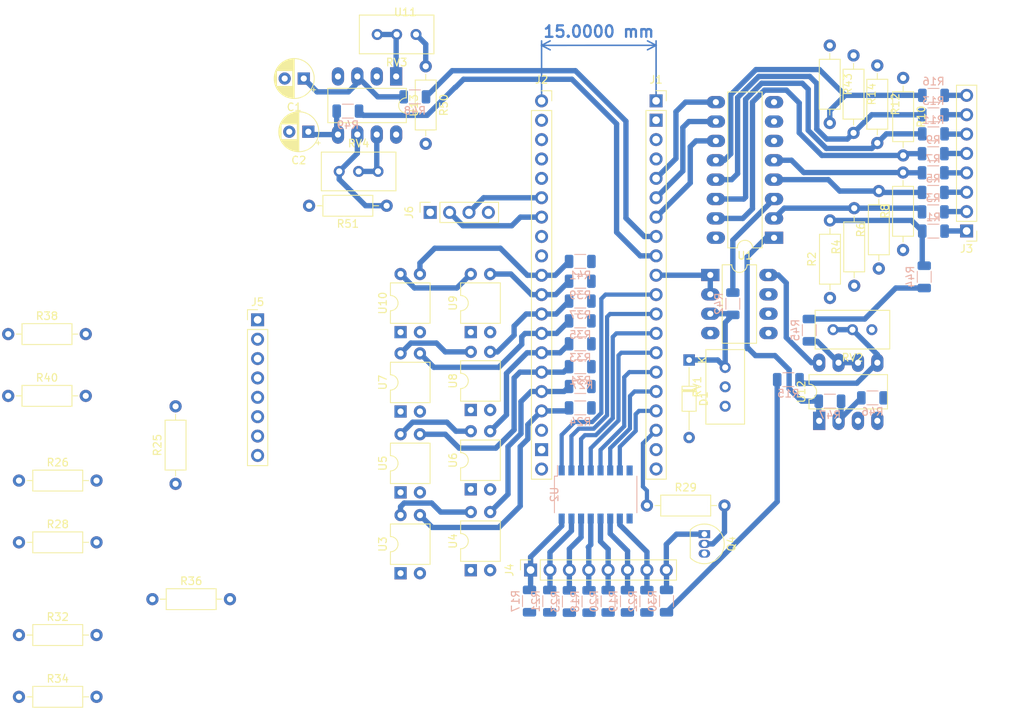
<source format=kicad_pcb>
(kicad_pcb (version 20221018) (generator pcbnew)
  (layers (0 "F.Cu" signal) (31 "B.Cu" signal) (34 "B.Paste" user) (35 "F.Paste" user) (36 "B.SilkS" user "B.Silkscreen") (37 "F.SilkS" user "F.Silkscreen") (38 "B.Mask" user) (39 "F.Mask" user) (44 "Edge.Cuts" user))
  (net 0 "")
  (net 1 "GND")
  (net 2 "Net-(D1-K)")
  (net 5 "B0OPWM2")
  (net 6 "A7OPWM1")
  (net 7 "A6ADC1_IN6")
  (net 8 "A5O8")
  (net 9 "A4O7")
  (net 10 "A3O6")
  (net 11 "A2O5")
  (net 12 "A1O4")
  (net 13 "A0O3")
  (net 14 "C15O2")
  (net 15 "C14O1")
  (net 18 "B12EN")
  (net 19 "A8RS_MODE")
  (net 20 "A9TX")
  (net 21 "A10RX")
  (net 22 "A11")
  (net 23 "A12")
  (net 24 "A15ID8")
  (net 25 "B3ID7")
  (net 26 "B4ID6")
  (net 27 "B5ID5")
  (net 28 "B6ID4")
  (net 29 "B7ID3")
  (net 30 "B8ID2")
  (net 31 "B9ID1")
  (net 34 "Net-(J3-Pin_1)")
  (net 35 "Net-(J3-Pin_2)")
  (net 36 "Net-(J3-Pin_3)")
  (net 37 "Net-(J3-Pin_4)")
  (net 38 "Net-(J3-Pin_5)")
  (net 39 "Net-(J3-Pin_6)")
  (net 40 "Net-(J3-Pin_7)")
  (net 41 "SD1")
  (net 42 "SD2")
  (net 43 "SD3")
  (net 44 "SD4")
  (net 45 "SD5")
  (net 46 "SD6")
  (net 47 "SD7")
  (net 48 "SD8")
  (net 49 "E8")
  (net 50 "E7")
  (net 51 "E6")
  (net 52 "E5")
  (net 53 "E4")
  (net 54 "E3")
  (net 55 "E2")
  (net 56 "E1")
  (net 59 "Net-(Q4-B)")
  (net 60 "VCC")
  (net 61 "Net-(U12A-+)")
  (net 62 "ID1")
  (net 63 "Net-(R25-Pad1)")
  (net 64 "Net-(R26-Pad1)")
  (net 65 "ID2")
  (net 66 "Net-(R28-Pad1)")
  (net 67 "ID3")
  (net 68 "Net-(R32-Pad1)")
  (net 69 "ID4")
  (net 70 "Net-(R34-Pad1)")
  (net 71 "ID5")
  (net 72 "Net-(R36-Pad1)")
  (net 73 "ID6")
  (net 74 "Net-(R38-Pad1)")
  (net 75 "ID7")
  (net 76 "Net-(R40-Pad1)")
  (net 77 "ID8")
  (net 78 "Net-(U1-X)")
  (net 79 "Net-(U12B-+)")
  (net 80 "Net-(U12A--)")
  (net 81 "Net-(U12B--)")
  (net 82 "Net-(J3-Pin_8)")
  (net 85 "GND2")
  (net 86 "+3.3V")
  (net 87 "Net-(U13A-+)")
  (net 88 "Net-(U13B-+)")
  (net 89 "Net-(U13A--)")
  (net 90 "Net-(U13B--)")
  (net 91 "Net-(RV3-Pad1)")
  (net 92 "Net-(RV4-Pad1)")
  (net 93 "B11MUXC")
  (net 94 "B10MUXB")
  (net 95 "B1MUXA")
  (net 96 "B13 ")
  (net 97 "B14 ")
  (net 98 "B15 ")
  (net 99 "Net-(U1-X0)")
  (net 100 "Net-(U1-X5)")
  (net 101 "Net-(U1-X7)")
  (net 102 "Net-(U1-X6)")
  (net 103 "Net-(U1-X2)")
  (net 104 "Net-(U1-X1)")
  (net 105 "Net-(U1-X3)")
  (net 106 "ADAPT")
  (net 107 "SALID")
  (footprint "Resistor_THT:R_Axial_DIN0207_L6.3mm_D2.5mm_P10.16mm_Horizontal" (layer "F.Cu") (at 105.0225 22.545 -90)
    (fp_text reference "R50")
    (fp_text value "1.8K")
  )
  (footprint "Connector_PinHeader_2.54mm:PinHeader_1x08_P2.54mm_Vertical" (layer "F.Cu") (at 83 55.78)
    (fp_text reference "J5")
    (fp_text value "Conn_01x08_Socket")
  )
  (footprint "Resistor_THT:R_Axial_DIN0207_L6.3mm_D2.5mm_P10.16mm_Horizontal" (layer "F.Cu") (at 164.175 22.44 -90)
    (fp_text reference "R12")
    (fp_text value "R")
  )
  (footprint "Connector_PinHeader_2.54mm:PinHeader_1x08_P2.54mm_Vertical" (layer "F.Cu") (at 175.875 44.135 180)
    (fp_text reference "J3")
    (fp_text value "Conn_01x08_Socket")
  )
  (footprint "Diode_THT:D_DO-34_SOD68_P10.16mm_Horizontal" (layer "F.Cu") (at 139.525 61.05 -90)
    (fp_text reference "D1")
    (fp_text value "D_Zener")
  )
  (footprint "Connector_PinSocket_2.54mm:PinSocket_1x08_P2.54mm_Vertical" (layer "F.Cu") (at 118.76 88.575 90)
    (fp_text reference "J4")
    (fp_text value "Conn_01x08_Socket")
  )
  (footprint "Resistor_THT:R_Axial_DIN0207_L6.3mm_D2.5mm_P10.16mm_Horizontal" (layer "F.Cu") (at 167.55 46.63 90)
    (fp_text reference "R8")
    (fp_text value "R")
  )
  (footprint "Package_DIP:DIP-4_W7.62mm" (layer "F.Cu") (at 101.725 89 90)
    (fp_text reference "U3")
    (fp_text value "PC817")
  )
  (footprint "Resistor_THT:R_Axial_DIN0207_L6.3mm_D2.5mm_P10.16mm_Horizontal" (layer "F.Cu") (at 72.255 77.28 90)
    (fp_text reference "R25")
    (fp_text value "R")
  )
  (footprint "Connector_PinSocket_2.54mm:PinSocket_1x20_P2.54mm_Vertical" (layer "F.Cu") (at 135.2 27.075)
    (fp_text reference "J1")
    (fp_text value "Conn_01x20_Pin")
  )
  (footprint "Resistor_THT:R_Axial_DIN0207_L6.3mm_D2.5mm_P10.16mm_Horizontal" (layer "F.Cu") (at 69.22 92.4)
    (fp_text reference "R36")
    (fp_text value "R")
  )
  (footprint "Package_DIP:DIP-4_W7.62mm" (layer "F.Cu") (at 101.725 67.8 90)
    (fp_text reference "U7")
    (fp_text value "PC817")
  )
  (footprint "Connector_PinSocket_2.54mm:PinSocket_1x20_P2.54mm_Vertical" (layer "F.Cu") (at 120.2 27.08)
    (fp_text reference "J2")
    (fp_text value "Conn_01x20_Pin")
  )
  (footprint "Potentiometer_THT:Potentiometer_Bourns_3296W_Vertical" (layer "F.Cu") (at 144.25 62.025 90)
    (fp_text reference "RV1")
    (fp_text value "5k")
  )
  (footprint "Potentiometer_THT:Potentiometer_Bourns_3296W_Vertical" (layer "F.Cu") (at 158.38125 57.075 180)
    (fp_text reference "RV2")
    (fp_text value "5k")
  )
  (footprint "Resistor_THT:R_Axial_DIN0207_L6.3mm_D2.5mm_P10.16mm_Horizontal" (layer "F.Cu") (at 161.0625 21.12 -90)
    (fp_text reference "R14")
    (fp_text value "R")
  )
  (footprint "Resistor_THT:R_Axial_DIN0207_L6.3mm_D2.5mm_P10.16mm_Horizontal" (layer "F.Cu") (at 157.975 52.91 90)
    (fp_text reference "R2")
    (fp_text value "R")
  )
  (footprint "Resistor_THT:R_Axial_DIN0207_L6.3mm_D2.5mm_P10.16mm_Horizontal" (layer "F.Cu") (at 51.74 105.2)
    (fp_text reference "R34")
    (fp_text value "R")
  )
  (footprint "Resistor_THT:R_Axial_DIN0207_L6.3mm_D2.5mm_P10.16mm_Horizontal" (layer "F.Cu") (at 50.33 57.65)
    (fp_text reference "R38")
    (fp_text value "R")
  )
  (footprint "Potentiometer_THT:Potentiometer_Bourns_3296W_Vertical" (layer "F.Cu") (at 98.6725 18.375 180)
    (fp_text reference "RV3")
    (fp_text value "5K")
  )
  (footprint "Package_DIP:DIP-4_W7.62mm" (layer "F.Cu") (at 110.925 78 90)
    (fp_text reference "U6")
    (fp_text value "PC817")
  )
  (footprint "Package_TO_SOT_THT:TO-92_Inline" (layer "F.Cu") (at 141.525 83.88 -90)
    (fp_text reference "Q4")
    (fp_text value "BC548")
  )
  (footprint "Resistor_THT:R_Axial_DIN0207_L6.3mm_D2.5mm_P10.16mm_Horizontal" (layer "F.Cu") (at 51.74 97.1)
    (fp_text reference "R32")
    (fp_text value "R")
  )
  (footprint "Package_DIP:DIP-4_W7.62mm" (layer "F.Cu") (at 101.725 78.4 90)
    (fp_text reference "U5")
    (fp_text value "PC817")
  )
  (footprint "Capacitor_THT:CP_Radial_D5.0mm_P2.50mm" (layer "F.Cu") (at 89.0475 24.15 180)
    (fp_text reference "C1")
    (fp_text value "10uF")
  )
  (footprint "Resistor_THT:R_Axial_DIN0207_L6.3mm_D2.5mm_P10.16mm_Horizontal" (layer "F.Cu") (at 99.9025 40.825 180)
    (fp_text reference "R51")
    (fp_text value "1.8K")
  )
  (footprint "Package_DIP:DIP-4_W7.62mm" (layer "F.Cu") (at 110.925 57.4 90)
    (fp_text reference "U9")
    (fp_text value "PC817")
  )
  (footprint "Resistor_THT:R_Axial_DIN0207_L6.3mm_D2.5mm_P10.16mm_Horizontal" (layer "F.Cu") (at 51.74 84.95)
    (fp_text reference "R28")
    (fp_text value "R")
  )
  (footprint "Resistor_THT:R_Axial_DIN0207_L6.3mm_D2.5mm_P10.16mm_Horizontal" (layer "F.Cu") (at 51.74 76.85)
    (fp_text reference "R26")
    (fp_text value "R")
  )
  (footprint "Resistor_THT:R_Axial_DIN0207_L6.3mm_D2.5mm_P10.16mm_Horizontal" (layer "F.Cu") (at 164.375 49.06 90)
    (fp_text reference "R6")
    (fp_text value "R")
  )
  (footprint "Package_DIP:DIP-4_W7.62mm" (layer "F.Cu") (at 101.725 57.4 90)
    (fp_text reference "U10")
    (fp_text value "PC817")
  )
  (footprint "Package_DIP:DIP-8_W7.62mm_LongPads" (layer "F.Cu") (at 101.1475 23.875 -90)
    (fp_text reference "U13")
    (fp_text value "MCP6002-xMC")
  )
  (footprint "Resistor_THT:R_Axial_DIN0207_L6.3mm_D2.5mm_P10.16mm_Horizontal" (layer "F.Cu") (at 157.95 19.82 -90)
    (fp_text reference "R43")
    (fp_text value "1K")
  )
  (footprint "Package_DIP:DIP-4_W7.62mm" (layer "F.Cu") (at 110.925 88.6 90)
    (fp_text reference "U4")
    (fp_text value "PC817")
  )
  (footprint "Resistor_THT:R_Axial_DIN0207_L6.3mm_D2.5mm_P10.16mm_Horizontal" (layer "F.Cu") (at 167.5625 24.07 -90)
    (fp_text reference "R10")
    (fp_text value "R")
  )
  (footprint "Capacitor_THT:CP_Radial_D5.0mm_P2.50mm" (layer "F.Cu") (at 89.6475 31.125 180)
    (fp_text reference "C2")
    (fp_text value "10uF")
  )
  (footprint "Resistor_THT:R_Axial_DIN0207_L6.3mm_D2.5mm_P10.16mm_Horizontal" (layer "F.Cu") (at 161.15 51.305 90)
    (fp_text reference "R4")
    (fp_text value "R")
  )
  (footprint "Resistor_THT:R_Axial_DIN0207_L6.3mm_D2.5mm_P10.16mm_Horizontal" (layer "F.Cu") (at 134 80.125)
    (fp_text reference "R29")
    (fp_text value "R")
  )
  (footprint "Resistor_THT:R_Axial_DIN0207_L6.3mm_D2.5mm_P10.16mm_Horizontal" (layer "F.Cu") (at 50.33 65.75)
    (fp_text reference "R40")
    (fp_text value "R")
  )
  (footprint "Connector_PinSocket_2.54mm:PinSocket_1x04_P2.54mm_Vertical" (layer "F.Cu") (at 105.61 41.7 90)
    (fp_text reference "J6")
    (fp_text value "Conn_01x04")
  )
  (footprint "Package_DIP:DIP-8_W7.62mm_LongPads" (layer "F.Cu") (at 142.3 49.9)
    (fp_text reference "U11")
    (fp_text value "MCP6002-xMC")
  )
  (footprint "Potentiometer_THT:Potentiometer_Bourns_3296W_Vertical" (layer "F.Cu") (at 98.7725 36.325)
    (fp_text reference "RV4")
    (fp_text value "5K")
  )
  (footprint "Package_DIP:DIP-16_W7.62mm_LongPads" (layer "F.Cu") (at 150.65 45.025 180)
    (fp_text reference "U1")
    (fp_text value "4051")
  )
  (footprint "Package_DIP:DIP-8_W7.62mm_LongPads" (layer "F.Cu") (at 156.56125 69.02 90)
    (fp_text reference "U12")
    (fp_text value "MCP6002-xMC")
  )
  (footprint "Package_DIP:DIP-4_W7.62mm" (layer "F.Cu") (at 110.925 67.6 90)
    (fp_text reference "U8")
    (fp_text value "PC817")
  )
  (footprint "Resistor_SMD:R_1206_3216Metric" (layer "B.Cu") (at 118.615 92.65 -90)
    (fp_text reference "R17")
    (fp_text value "R1KΩ")
  )
  (footprint "Resistor_SMD:R_1206_3216Metric" (layer "B.Cu") (at 125.2625 50.725)
    (fp_text reference "R39")
    (fp_text value "10KΩ")
  )
  (footprint "Resistor_SMD:R_1206_3216Metric" (layer "B.Cu") (at 157.96875 66.4375)
    (fp_text reference "R47")
    (fp_text value "10K")
  )
  (footprint "Resistor_SMD:R_1206_3216Metric" (layer "B.Cu") (at 171.5 36.505 180)
    (fp_text reference "R7")
    (fp_text value "R")
  )
  (footprint "Resistor_SMD:R_1206_3216Metric" (layer "B.Cu") (at 133.99 92.675 -90)
    (fp_text reference "R22")
    (fp_text value "R1KΩ")
  )
  (footprint "Resistor_SMD:R_1206_3216Metric" (layer "B.Cu") (at 145.25 53.675 -90)
    (fp_text reference "R42")
    (fp_text value "1K")
  )
  (footprint "Resistor_SMD:R_1206_3216Metric" (layer "B.Cu") (at 125.2625 61.925)
    (fp_text reference "R31")
    (fp_text value "10KΩ")
  )
  (footprint "Resistor_SMD:R_1206_3216Metric" (layer "B.Cu") (at 171.525 31.405 180)
    (fp_text reference "R11")
    (fp_text value "R")
  )
  (footprint "Resistor_SMD:R_1206_3216Metric" (layer "B.Cu") (at 125.2625 67.325)
    (fp_text reference "R24")
    (fp_text value "10KΩ")
  )
  (footprint "Resistor_SMD:R_1206_3216Metric" (layer "B.Cu") (at 155.26875 57.1375 -90)
    (fp_text reference "R45")
    (fp_text value "10K")
  )
  (footprint "Resistor_SMD:R_1206_3216Metric" (layer "B.Cu") (at 171.5 41.63 180)
    (fp_text reference "R3")
    (fp_text value "R")
  )
  (footprint "Resistor_SMD:R_1206_3216Metric" (layer "B.Cu") (at 121.265 92.6625 -90)
    (fp_text reference "R21")
    (fp_text value "R1kΩ")
  )
  (footprint "Resistor_SMD:R_1206_3216Metric" (layer "B.Cu") (at 103.5975 26.55)
    (fp_text reference "R48")
    (fp_text value "180")
  )
  (footprint "Resistor_SMD:R_1206_3216Metric" (layer "B.Cu") (at 163.54375 66.0125)
    (fp_text reference "R46")
    (fp_text value "10K")
  )
  (footprint "Resistor_SMD:R_1206_3216Metric" (layer "B.Cu") (at 123.84 92.7 -90)
    (fp_text reference "R23")
    (fp_text value "R1kKΩ")
  )
  (footprint "Resistor_SMD:R_1206_3216Metric" (layer "B.Cu") (at 171.5 39.08 180)
    (fp_text reference "R5")
    (fp_text value "R")
  )
  (footprint "Package_SO:SOP-16_4.4x10.4mm_P1.27mm" (layer "B.Cu") (at 127.28 78.675 -90)
    (fp_text reference "U2")
    (fp_text value "ULN2003")
  )
  (footprint "Resistor_SMD:R_1206_3216Metric" (layer "B.Cu") (at 125.2625 53.325)
    (fp_text reference "R37")
    (fp_text value "10KΩ")
  )
  (footprint "Resistor_SMD:R_1206_3216Metric" (layer "B.Cu") (at 152.525 63.625)
    (fp_text reference "R15")
    (fp_text value "1K")
  )
  (footprint "Resistor_SMD:R_1206_3216Metric" (layer "B.Cu") (at 171.525 44.155 180)
    (fp_text reference "R1")
    (fp_text value "R")
  )
  (footprint "Resistor_SMD:R_1206_3216Metric" (layer "B.Cu") (at 125.2625 58.925)
    (fp_text reference "R33")
    (fp_text value "10KΩ")
  )
  (footprint "Resistor_SMD:R_1206_3216Metric" (layer "B.Cu") (at 136.565 92.65 -90)
    (fp_text reference "R30")
    (fp_text value "R1KΩ")
  )
  (footprint "Resistor_SMD:R_1206_3216Metric" (layer "B.Cu") (at 125.2625 64.525)
    (fp_text reference "R27")
    (fp_text value "10KΩ")
  )
  (footprint "Resistor_SMD:R_1206_3216Metric" (layer "B.Cu") (at 125.2625 48.125)
    (fp_text reference "R41")
    (fp_text value "10KΩ")
  )
  (footprint "Resistor_SMD:R_1206_3216Metric" (layer "B.Cu") (at 94.8225 28.425)
    (fp_text reference "R49")
    (fp_text value "R")
  )
  (footprint "Resistor_SMD:R_1206_3216Metric" (layer "B.Cu") (at 131.44 92.675 -90)
    (fp_text reference "R19")
    (fp_text value "R1KΩ")
  )
  (footprint "Resistor_SMD:R_1206_3216Metric" (layer "B.Cu") (at 125.2625 55.925)
    (fp_text reference "R35")
    (fp_text value "10KΩ")
  )
  (footprint "Resistor_SMD:R_1206_3216Metric" (layer "B.Cu") (at 126.415 92.7 -90)
    (fp_text reference "R18")
    (fp_text value "R1KΩ")
  )
  (footprint "Resistor_SMD:R_1206_3216Metric" (layer "B.Cu") (at 171.5375 26.355 180)
    (fp_text reference "R16")
    (fp_text value "1K")
  )
  (footprint "Resistor_SMD:R_1206_3216Metric" (layer "B.Cu") (at 170.325 50.15 -90)
    (fp_text reference "R44")
    (fp_text value "10K")
  )
  (footprint "Resistor_SMD:R_1206_3216Metric" (layer "B.Cu") (at 171.5 34.005 180)
    (fp_text reference "R9")
    (fp_text value "R")
  )
  (footprint "Resistor_SMD:R_1206_3216Metric" (layer "B.Cu") (at 128.915 92.675 -90)
    (fp_text reference "R20")
    (fp_text value "R1KΩ")
  )
  (footprint "Resistor_SMD:R_1206_3216Metric" (layer "B.Cu") (at 171.525 28.905 180)
    (fp_text reference "R13")
    (fp_text value "R")
  )
  (dimension (type aligned) (layer "B.Cu") (pts (xy 120.2 27.08) (xy 135.2 27.075)) (height -7.276755) (gr_text "15.0000 mm" (at 127.696974 18.000745 0.01909859246) (layer "B.Cu") (effects (font (size 1.5 1.5) (thickness 0.3)))) (format (prefix "") (suffix "") (units 3) (units_format 1) (precision 4)) (style (thickness 0.2) (arrow_length 1.27) (text_position_mode 0) (extension_height 0.58642) (extension_offset 0.5) keep_text_aligned))
  (segment (start 139.525 61.05) (end 143.275 61.05) (width 0.7) (layer "B.Cu") (net 2))
  (segment (start 144.25 56.1375) (end 145.25 55.1375) (width 0.7) (layer "B.Cu") (net 2))
  (segment (start 145.0925 54.98) (end 145.25 55.1375) (width 0.7) (layer "B.Cu") (net 2))
  (segment (start 142.3575 55.0375) (end 142.3 54.98) (width 0.7) (layer "B.Cu") (net 2))
  (segment (start 144.25 62.025) (end 144.25 56.1375) (width 0.7) (layer "B.Cu") (net 2))
  (segment (start 143.275 61.05) (end 144.25 62.025) (width 0.7) (layer "B.Cu") (net 2))
  (segment (start 142.3 54.98) (end 145.0925 54.98) (width 0.7) (layer "B.Cu") (net 2))
  (segment (start 124.625 23.125) (end 108.485 23.125) (width 0.7) (layer "B.Cu") (net 5))
  (segment (start 135.145 44.8) (end 135.2 44.855) (width 0.7) (layer "B.Cu") (net 5))
  (segment (start 131.25 42.45) (end 131.25 29.75) (width 0.7) (layer "B.Cu") (net 5))
  (segment (start 131.25 29.75) (end 124.625 23.125) (width 0.7) (layer "B.Cu") (net 5))
  (segment (start 135.2 44.855) (end 133.655 44.855) (width 0.7) (layer "B.Cu") (net 5))
  (segment (start 108.485 23.125) (end 105.06 26.55) (width 0.7) (layer "B.Cu") (net 5))
  (segment (start 133.655 44.855) (end 131.25 42.45) (width 0.7) (layer "B.Cu") (net 5))
  (segment (start 108.8775 25.3) (end 105.2025 28.975) (width 0.7) (layer "B.Cu") (net 6))
  (segment (start 130.025 44.3) (end 130.025 30.1) (width 0.7) (layer "B.Cu") (net 6))
  (segment (start 130.025 30.1) (end 124.175 24.25) (width 0.7) (layer "B.Cu") (net 6))
  (segment (start 105.2025 28.975) (end 96.835 28.975) (width 0.7) (layer "B.Cu") (net 6))
  (segment (start 108.925 25.3) (end 108.8775 25.3) (width 0.7) (layer "B.Cu") (net 6))
  (segment (start 124.175 24.25) (end 109.975 24.25) (width 0.7) (layer "B.Cu") (net 6))
  (segment (start 109.975 24.25) (end 108.925 25.3) (width 0.7) (layer "B.Cu") (net 6))
  (segment (start 96.835 28.975) (end 96.285 28.425) (width 0.7) (layer "B.Cu") (net 6))
  (segment (start 133.12 47.395) (end 130.025 44.3) (width 0.7) (layer "B.Cu") (net 6))
  (segment (start 135.2 47.395) (end 133.12 47.395) (width 0.7) (layer "B.Cu") (net 6))
  (segment (start 142.265 49.935) (end 142.3 49.9) (width 0.7) (layer "B.Cu") (net 7))
  (segment (start 142.3 49.9) (end 142.3 52.44) (width 0.7) (layer "B.Cu") (net 7))
  (segment (start 135.2 49.935) (end 142.265 49.935) (width 0.7) (layer "B.Cu") (net 7))
  (segment (start 128.025 53.025) (end 128.025 67.987805) (width 0.55) (layer "B.Cu") (net 8))
  (segment (start 124.525 69.175) (end 122.83 70.87) (width 0.55) (layer "B.Cu") (net 8))
  (segment (start 128.025 67.987805) (end 126.837805 69.175) (width 0.55) (layer "B.Cu") (net 8))
  (segment (start 128.575 52.475) (end 128.025 53.025) (width 0.55) (layer "B.Cu") (net 8))
  (segment (start 135.2 52.475) (end 128.575 52.475) (width 0.55) (layer "B.Cu") (net 8))
  (segment (start 126.837805 69.175) (end 124.525 69.175) (width 0.55) (layer "B.Cu") (net 8))
  (segment (start 122.83 70.87) (end 122.83 75.525) (width 0.55) (layer "B.Cu") (net 8))
  (segment (start 129.16 55.015) (end 128.775 55.4) (width 0.55) (layer "B.Cu") (net 9))
  (segment (start 135.2 55.015) (end 129.16 55.015) (width 0.55) (layer "B.Cu") (net 9))
  (segment (start 124.11 71.015) (end 124.11 75.525) (width 0.55) (layer "B.Cu") (net 9))
  (segment (start 125.075 70.05) (end 124.11 71.015) (width 0.55) (layer "B.Cu") (net 9))
  (segment (start 127.023465 70.05) (end 125.075 70.05) (width 0.55) (layer "B.Cu") (net 9))
  (segment (start 128.775 68.298465) (end 127.023465 70.05) (width 0.55) (layer "B.Cu") (net 9))
  (segment (start 128.775 55.4) (end 128.775 68.298465) (width 0.55) (layer "B.Cu") (net 9))
  (segment (start 129.995 57.555) (end 129.525 58.025) (width 0.55) (layer "B.Cu") (net 10))
  (segment (start 127.3 70.9) (end 125.875 70.9) (width 0.55) (layer "B.Cu") (net 10))
  (segment (start 125.37 71.405) (end 125.37 75.525) (width 0.55) (layer "B.Cu") (net 10))
  (segment (start 135.035 57.39) (end 135.2 57.555) (width 0.7) (layer "B.Cu") (net 10))
  (segment (start 135.2 57.555) (end 129.995 57.555) (width 0.55) (layer "B.Cu") (net 10))
  (segment (start 129.525 58.025) (end 129.525 68.675) (width 0.55) (layer "B.Cu") (net 10))
  (segment (start 125.875 70.9) (end 125.37 71.405) (width 0.55) (layer "B.Cu") (net 10))
  (segment (start 129.525 68.675) (end 127.3 70.9) (width 0.55) (layer "B.Cu") (net 10))
  (segment (start 126.64 72.62066) (end 126.64 75.525) (width 0.55) (layer "B.Cu") (net 11))
  (segment (start 130.275 68.98566) (end 126.64 72.62066) (width 0.55) (layer "B.Cu") (net 11))
  (segment (start 130.63 60.095) (end 130.275 60.45) (width 0.55) (layer "B.Cu") (net 11))
  (segment (start 135.2 60.095) (end 130.63 60.095) (width 0.55) (layer "B.Cu") (net 11))
  (segment (start 130.275 60.45) (end 130.275 68.98566) (width 0.55) (layer "B.Cu") (net 11))
  (segment (start 127.92 72.83) (end 131.025 69.725) (width 0.55) (layer "B.Cu") (net 12))
  (segment (start 127.92 75.525) (end 127.92 72.83) (width 0.55) (layer "B.Cu") (net 12))
  (segment (start 131.025 69.725) (end 131.025 63.3) (width 0.55) (layer "B.Cu") (net 12))
  (segment (start 131.025 63.3) (end 131.69 62.635) (width 0.55) (layer "B.Cu") (net 12))
  (segment (start 131.69 62.635) (end 135.2 62.635) (width 0.55) (layer "B.Cu") (net 12))
  (segment (start 129.19 72.62066) (end 131.775 70.03566) (width 0.55) (layer "B.Cu") (net 13))
  (segment (start 132.375 65.175) (end 135.2 65.175) (width 0.55) (layer "B.Cu") (net 13))
  (segment (start 131.775 65.775) (end 132.375 65.175) (width 0.55) (layer "B.Cu") (net 13))
  (segment (start 131.775 70.03566) (end 131.775 65.775) (width 0.55) (layer "B.Cu") (net 13))
  (segment (start 129.19 75.525) (end 129.19 72.62066) (width 0.55) (layer "B.Cu") (net 13))
  (segment (start 130.45 75.525) (end 130.45 72.42132) (width 0.55) (layer "B.Cu") (net 14))
  (segment (start 132.96 67.715) (end 135.2 67.715) (width 0.55) (layer "B.Cu") (net 14))
  (segment (start 132.525 70.34632) (end 132.525 68.15) (width 0.55) (layer "B.Cu") (net 14))
  (segment (start 130.45 72.42132) (end 132.525 70.34632) (width 0.55) (layer "B.Cu") (net 14))
  (segment (start 132.525 68.15) (end 132.96 67.715) (width 0.55) (layer "B.Cu") (net 14))
  (segment (start 134 78.175) (end 134 80.125) (width 0.55) (layer "B.Cu") (net 15))
  (segment (start 133.475 71.98) (end 133.475 77.65) (width 0.55) (layer "B.Cu") (net 15))
  (segment (start 133.475 77.65) (end 134 78.175) (width 0.55) (layer "B.Cu") (net 15))
  (segment (start 135.2 70.255) (end 133.475 71.98) (width 0.55) (layer "B.Cu") (net 15))
  (segment (start 120.2 39.78) (end 112.61 39.78) (width 0.7) (layer "B.Cu") (net 20))
  (segment (start 112.61 39.78) (end 110.69 41.7) (width 0.7) (layer "B.Cu") (net 20))
  (segment (start 116.29 43.45) (end 117.42 42.32) (width 0.7) (layer "B.Cu") (net 21))
  (segment (start 117.42 42.32) (end 120.2 42.32) (width 0.7) (layer "B.Cu") (net 21))
  (segment (start 108.15 41.7) (end 109.9 43.45) (width 0.7) (layer "B.Cu") (net 21))
  (segment (start 109.9 43.45) (end 116.29 43.45) (width 0.7) (layer "B.Cu") (net 21))
  (segment (start 104.265 48.335) (end 106.2 46.4) (width 0.7) (layer "B.Cu") (net 24))
  (segment (start 106.2 46.4) (end 114.8 46.4) (width 0.7) (layer "B.Cu") (net 24))
  (segment (start 121.985 49.94) (end 123.8 48.125) (width 0.7) (layer "B.Cu") (net 24))
  (segment (start 118.34 49.94) (end 120.2 49.94) (width 0.7) (layer "B.Cu") (net 24))
  (segment (start 114.8 46.4) (end 118.34 49.94) (width 0.7) (layer "B.Cu") (net 24))
  (segment (start 104.265 49.78) (end 104.265 48.335) (width 0.7) (layer "B.Cu") (net 24))
  (segment (start 120.2 49.94) (end 121.985 49.94) (width 0.7) (layer "B.Cu") (net 24))
  (segment (start 122.045 52.48) (end 123.8 50.725) (width 0.7) (layer "B.Cu") (net 25))
  (segment (start 113.465 49.78) (end 116.18 49.78) (width 0.7) (layer "B.Cu") (net 25))
  (segment (start 118.88 52.48) (end 120.2 52.48) (width 0.7) (layer "B.Cu") (net 25))
  (segment (start 120.2 52.48) (end 122.045 52.48) (width 0.7) (layer "B.Cu") (net 25))
  (segment (start 116.18 49.78) (end 118.88 52.48) (width 0.7) (layer "B.Cu") (net 25))
  (segment (start 116.6 56.6) (end 118.18 55.02) (width 0.7) (layer "B.Cu") (net 26))
  (segment (start 114.42 59.98) (end 116.6 57.8) (width 0.7) (layer "B.Cu") (net 26))
  (segment (start 120.2 55.02) (end 122.105 55.02) (width 0.7) (layer "B.Cu") (net 26))
  (segment (start 116.6 57.8) (end 116.6 56.6) (width 0.7) (layer "B.Cu") (net 26))
  (segment (start 118.18 55.02) (end 120.2 55.02) (width 0.7) (layer "B.Cu") (net 26))
  (segment (start 122.105 55.02) (end 123.8 53.325) (width 0.7) (layer "B.Cu") (net 26))
  (segment (start 113.465 59.98) (end 114.42 59.98) (width 0.7) (layer "B.Cu") (net 26))
  (segment (start 114.6 62) (end 117.6 59) (width 0.7) (layer "B.Cu") (net 27))
  (segment (start 120.2 57.56) (end 122.165 57.56) (width 0.7) (layer "B.Cu") (net 27))
  (segment (start 117.6 59) (end 117.6 58) (width 0.7) (layer "B.Cu") (net 27))
  (segment (start 104.265 60.18) (end 106.085 62) (width 0.7) (layer "B.Cu") (net 27))
  (segment (start 106.085 62) (end 114.6 62) (width 0.7) (layer "B.Cu") (net 27))
  (segment (start 122.165 57.56) (end 123.8 55.925) (width 0.7) (layer "B.Cu") (net 27))
  (segment (start 118.04 57.56) (end 120.2 57.56) (width 0.7) (layer "B.Cu") (net 27))
  (segment (start 117.6 58) (end 118.04 57.56) (width 0.7) (layer "B.Cu") (net 27))
  (segment (start 115.6 68.245) (end 115.6 62.8) (width 0.7) (layer "B.Cu") (net 28))
  (segment (start 113.465 70.38) (end 115.6 68.245) (width 0.7) (layer "B.Cu") (net 28))
  (segment (start 115.6 62.8) (end 118.3 60.1) (width 0.7) (layer "B.Cu") (net 28))
  (segment (start 118.3 60.1) (end 120.2 60.1) (width 0.7) (layer "B.Cu") (net 28))
  (segment (start 123.76 58.885) (end 123.8 58.925) (width 0.7) (layer "B.Cu") (net 28))
  (segment (start 120.2 60.1) (end 122.625 60.1) (width 0.7) (layer "B.Cu") (net 28))
  (segment (start 122.625 60.1) (end 123.8 58.925) (width 0.7) (layer "B.Cu") (net 28))
  (segment (start 107.58 70.78) (end 109.4 72.6) (width 0.7) (layer "B.Cu") (net 29))
  (segment (start 104.265 70.78) (end 107.58 70.78) (width 0.7) (layer "B.Cu") (net 29))
  (segment (start 116.6 70.2) (end 116.6 63.4) (width 0.7) (layer "B.Cu") (net 29))
  (segment (start 117.36 62.64) (end 120.2 62.64) (width 0.7) (layer "B.Cu") (net 29))
  (segment (start 116.6 63.4) (end 117.36 62.64) (width 0.7) (layer "B.Cu") (net 29))
  (segment (start 123.085 62.64) (end 123.8 61.925) (width 0.7) (layer "B.Cu") (net 29))
  (segment (start 109.4 72.6) (end 114.2 72.6) (width 0.7) (layer "B.Cu") (net 29))
  (segment (start 120.2 62.64) (end 123.085 62.64) (width 0.7) (layer "B.Cu") (net 29))
  (segment (start 114.2 72.6) (end 116.6 70.2) (width 0.7) (layer "B.Cu") (net 29))
  (segment (start 120.2 65.18) (end 123.145 65.18) (width 0.7) (layer "B.Cu") (net 30))
  (segment (start 113.465 80.98) (end 115.8 78.645) (width 0.7) (layer "B.Cu") (net 30))
  (segment (start 117.5 66.5) (end 118.82 65.18) (width 0.7) (layer "B.Cu") (net 30))
  (segment (start 115.8 78.645) (end 115.8 72.4) (width 0.7) (layer "B.Cu") (net 30))
  (segment (start 115.8 72.4) (end 117.5 70.7) (width 0.7) (layer "B.Cu") (net 30))
  (segment (start 118.82 65.18) (end 120.2 65.18) (width 0.7) (layer "B.Cu") (net 30))
  (segment (start 123.145 65.18) (end 123.8 64.525) (width 0.7) (layer "B.Cu") (net 30))
  (segment (start 117.5 70.7) (end 117.5 66.5) (width 0.7) (layer "B.Cu") (net 30))
  (segment (start 118.4 71.4) (end 118.4 69.52) (width 0.7) (layer "B.Cu") (net 31))
  (segment (start 123.77 67.295) (end 123.8 67.325) (width 0.7) (layer "B.Cu") (net 31))
  (segment (start 104.265 81.38) (end 105.885 83) (width 0.7) (layer "B.Cu") (net 31))
  (segment (start 114.6 83) (end 117.4 80.2) (width 0.7) (layer "B.Cu") (net 31))
  (segment (start 118.4 69.52) (end 120.2 67.72) (width 0.7) (layer "B.Cu") (net 31))
  (segment (start 117.4 80.2) (end 117.4 72.4) (width 0.7) (layer "B.Cu") (net 31))
  (segment (start 105.885 83) (end 114.6 83) (width 0.7) (layer "B.Cu") (net 31))
  (segment (start 120.2 67.72) (end 123.405 67.72) (width 0.7) (layer "B.Cu") (net 31))
  (segment (start 123.405 67.72) (end 123.8 67.325) (width 0.7) (layer "B.Cu") (net 31))
  (segment (start 117.4 72.4) (end 118.4 71.4) (width 0.7) (layer "B.Cu") (net 31))
  (segment (start 173.0075 44.135) (end 172.9875 44.155) (width 0.7) (layer "B.Cu") (net 34))
  (segment (start 175.875 44.135) (end 173.0075 44.135) (width 0.7) (layer "B.Cu") (net 34))
  (segment (start 172.9975 41.595) (end 172.9625 41.63) (width 0.7) (layer "B.Cu") (net 35))
  (segment (start 175.875 41.595) (end 172.9975 41.595) (width 0.7) (layer "B.Cu") (net 35))
  (segment (start 175.875 39.055) (end 172.9875 39.055) (width 0.7) (layer "B.Cu") (net 36))
  (segment (start 172.9875 39.055) (end 172.9625 39.08) (width 0.7) (layer "B.Cu") (net 36))
  (segment (start 172.9725 36.515) (end 172.9625 36.505) (width 0.7) (layer "B.Cu") (net 37))
  (segment (start 175.875 36.515) (end 172.9725 36.515) (width 0.7) (layer "B.Cu") (net 37))
  (segment (start 172.9925 33.975) (end 172.9625 34.005) (width 0.7) (layer "B.Cu") (net 38))
  (segment (start 175.875 33.975) (end 172.9925 33.975) (width 0.7) (layer "B.Cu") (net 38))
  (segment (start 173.0175 31.435) (end 172.9875 31.405) (width 0.7) (layer "B.Cu") (net 39))
  (segment (start 175.875 31.435) (end 173.0175 31.435) (width 0.7) (layer "B.Cu") (net 39))
  (segment (start 172.9975 28.895) (end 172.9875 28.905) (width 0.7) (layer "B.Cu") (net 40))
  (segment (start 175.875 28.895) (end 172.9975 28.895) (width 0.7) (layer "B.Cu") (net 40))
  (segment (start 122.83 81.825) (end 122.83 82.795) (width 0.7) (layer "B.Cu") (net 41))
  (segment (start 118.76 91.0425) (end 118.615 91.1875) (width 0.7) (layer "B.Cu") (net 41))
  (segment (start 118.76 88.575) (end 118.76 91.0425) (width 0.7) (layer "B.Cu") (net 41))
  (segment (start 122.83 82.795) (end 118.76 86.865) (width 0.7) (layer "B.Cu") (net 41))
  (segment (start 118.76 86.865) (end 118.76 88.575) (width 0.7) (layer "B.Cu") (net 41))
  (segment (start 124.11 81.825) (end 124.11 83.44) (width 0.7) (layer "B.Cu") (net 42))
  (segment (start 121.3 86.25) (end 121.3 88.575) (width 0.7) (layer "B.Cu") (net 42))
  (segment (start 124.11 83.44) (end 121.3 86.25) (width 0.7) (layer "B.Cu") (net 42))
  (segment (start 121.3 91.165) (end 121.265 91.2) (width 0.7) (layer "B.Cu") (net 42))
  (segment (start 121.3 88.575) (end 121.3 91.165) (width 0.7) (layer "B.Cu") (net 42))
  (segment (start 125.37 84.28) (end 123.84 85.81) (width 0.7) (layer "B.Cu") (net 43))
  (segment (start 125.37 81.825) (end 125.37 84.28) (width 0.7) (layer "B.Cu") (net 43))
  (segment (start 123.84 85.81) (end 123.84 88.575) (width 0.7) (layer "B.Cu") (net 43))
  (segment (start 123.84 88.575) (end 123.84 91.2375) (width 0.7) (layer "B.Cu") (net 43))
  (segment (start 126.325 85.575) (end 126.38 85.63) (width 0.7) (layer "B.Cu") (net 44))
  (segment (start 126.38 88.575) (end 126.38 91.2025) (width 0.7) (layer "B.Cu") (net 44))
  (segment (start 126.64 81.825) (end 126.64 85.26) (width 0.7) (layer "B.Cu") (net 44))
  (segment (start 126.38 85.63) (end 126.38 88.575) (width 0.7) (layer "B.Cu") (net 44))
  (segment (start 126.38 91.2025) (end 126.415 91.2375) (width 0.7) (layer "B.Cu") (net 44))
  (segment (start 126.64 85.26) (end 126.325 85.575) (width 0.7) (layer "B.Cu") (net 44))
  (segment (start 128.92 91.2075) (end 128.915 91.2125) (width 0.7) (layer "B.Cu") (net 45))
  (segment (start 128.92 85.845) (end 128.92 88.575) (width 0.7) (layer "B.Cu") (net 45))
  (segment (start 128.92 88.575) (end 128.92 91.2075) (width 0.7) (layer "B.Cu") (net 45))
  (segment (start 127.92 84.845) (end 128.92 85.845) (width 0.7) (layer "B.Cu") (net 45))
  (segment (start 127.92 81.825) (end 127.92 84.845) (width 0.7) (layer "B.Cu") (net 45))
  (segment (start 131.46 86.085) (end 131.46 88.575) (width 0.7) (layer "B.Cu") (net 46))
  (segment (start 131.46 91.1925) (end 131.44 91.2125) (width 0.7) (layer "B.Cu") (net 46))
  (segment (start 129.19 81.825) (end 129.19 83.815) (width 0.7) (layer "B.Cu") (net 46))
  (segment (start 129.19 83.815) (end 131.46 86.085) (width 0.7) (layer "B.Cu") (net 46))
  (segment (start 131.46 88.575) (end 131.46 91.1925) (width 0.7) (layer "B.Cu") (net 46))
  (segment (start 134 86.2) (end 134 88.575) (width 0.7) (layer "B.Cu") (net 47))
  (segment (start 130.45 82.65) (end 134 86.2) (width 0.7) (layer "B.Cu") (net 47))
  (segment (start 130.45 81.825) (end 130.45 82.65) (width 0.7) (layer "B.Cu") (net 47))
  (segment (start 134 88.575) (end 134 91.2025) (width 0.7) (layer "B.Cu") (net 47))
  (segment (start 134 91.2025) (end 133.99 91.2125) (width 0.7) (layer "B.Cu") (net 47))
  (segment (start 136.54 85.21) (end 137.87 83.88) (width 0.7) (layer "B.Cu") (net 48))
  (segment (start 136.565 88.6) (end 136.54 88.575) (width 0.7) (layer "B.Cu") (net 48))
  (segment (start 137.87 83.88) (end 141.525 83.88) (width 0.7) (layer "B.Cu") (net 48))
  (segment (start 136.565 91.1875) (end 136.565 88.6) (width 0.7) (layer "B.Cu") (net 48))
  (segment (start 136.54 88.575) (end 136.54 85.21) (width 0.7) (layer "B.Cu") (net 48))
  (segment (start 144.16 83.62) (end 144.16 80.125) (width 0.7) (layer "B.Cu") (net 59))
  (segment (start 141.525 85.15) (end 142.63 85.15) (width 0.7) (layer "B.Cu") (net 59))
  (segment (start 142.63 85.15) (end 144.16 83.62) (width 0.7) (layer "B.Cu") (net 59))
  (segment (start 151.0625 63.625) (end 151.0625 79.615) (width 0.7) (layer "B.Cu") (net 60))
  (segment (start 156.56875 61.4075) (end 156.56125 61.4) (width 0.7) (layer "B.Cu") (net 60))
  (segment (start 151.0625 79.615) (end 136.565 94.1125) (width 0.7) (layer "B.Cu") (net 60))
  (segment (start 156.50625 61.455) (end 156.56125 61.4) (width 0.7) (layer "B.Cu") (net 60))
  (segment (start 156.56125 61.4) (end 155.55 61.4) (width 0.7) (layer "B.Cu") (net 60))
  (segment (start 151.2 49.9) (end 149.92 49.9) (width 0.7) (layer "B.Cu") (net 60))
  (segment (start 152.25 58.1) (end 152.25 50.95) (width 0.7) (layer "B.Cu") (net 60))
  (segment (start 152.25 50.95) (end 151.2 49.9) (width 0.7) (layer "B.Cu") (net 60))
  (segment (start 155.55 61.4) (end 152.25 58.1) (width 0.7) (layer "B.Cu") (net 60))
  (segment (start 162.53125 55.675) (end 155.26875 55.675) (width 0.7) (layer "B.Cu") (net 61))
  (segment (start 170.325 51.6125) (end 166.59375 51.6125) (width 0.7) (layer "B.Cu") (net 61))
  (segment (start 166.59375 51.6125) (end 164.16875 54.0375) (width 0.7) (layer "B.Cu") (net 61))
  (segment (start 164.16875 54.0375) (end 162.53125 55.675) (width 0.7) (layer "B.Cu") (net 61))
  (segment (start 72.355 77.38) (end 72.255 77.28) (width 0.7) (layer "B.Cu") (net 63))
  (segment (start 145.25 45.345) (end 150.65 39.945) (width 0.7) (layer "B.Cu") (net 78))
  (segment (start 145.25 52.2125) (end 145.25 45.345) (width 0.7) (layer "B.Cu") (net 78))
  (segment (start 164.18125 61.4) (end 161.49375 64.0875) (width 0.7) (layer "B.Cu") (net 79))
  (segment (start 154.45 64.0875) (end 153.9875 63.625) (width 0.7) (layer "B.Cu") (net 79))
  (segment (start 161.49375 64.0875) (end 154.45 64.0875) (width 0.7) (layer "B.Cu") (net 79))
  (segment (start 164.18125 60.335) (end 160.92125 57.075) (width 0.7) (layer "B.Cu") (net 79))
  (segment (start 164.18125 61.4) (end 164.18125 60.335) (width 0.7) (layer "B.Cu") (net 79))
  (segment (start 160.92125 57.075) (end 158.38125 57.075) (width 0.7) (layer "B.Cu") (net 79))
  (segment (start 159.10125 68.9925) (end 162.08125 66.0125) (width 0.7) (layer "B.Cu") (net 80))
  (segment (start 159.10125 69.02) (end 159.10125 68.9925) (width 0.7) (layer "B.Cu") (net 80))
  (segment (start 159.43125 66.4375) (end 159.43125 68.69) (width 0.7) (layer "B.Cu") (net 80))
  (segment (start 159.43125 68.69) (end 159.10125 69.02) (width 0.7) (layer "B.Cu") (net 80))
  (segment (start 161.64125 61.4) (end 159.10125 61.4) (width 0.7) (layer "B.Cu") (net 81))
  (segment (start 155.26875 58.6) (end 156.30125 58.6) (width 0.7) (layer "B.Cu") (net 81))
  (segment (start 156.30125 58.6) (end 159.10125 61.4) (width 0.7) (layer "B.Cu") (net 81))
  (segment (start 175.875 26.355) (end 173 26.355) (width 0.7) (layer "B.Cu") (net 82))
  (segment (start 110.925 70.38) (end 108.98 70.38) (width 0.7) (layer "B.Cu") (net 86))
  (segment (start 101.725 80.275) (end 101.725 81.38) (width 0.7) (layer "B.Cu") (net 86))
  (segment (start 103.545 51.6) (end 101.725 49.78) (width 0.7) (layer "B.Cu") (net 86))
  (segment (start 106.98 80.98) (end 105.8 79.8) (width 0.7) (layer "B.Cu") (net 86))
  (segment (start 109.105 51.6) (end 103.545 51.6) (width 0.7) (layer "B.Cu") (net 86))
  (segment (start 105.8 79.8) (end 102.2 79.8) (width 0.7) (layer "B.Cu") (net 86))
  (segment (start 107.58 59.98) (end 106.43 58.83) (width 0.7) (layer "B.Cu") (net 86))
  (segment (start 103.305 69.2) (end 101.725 70.78) (width 0.7) (layer "B.Cu") (net 86))
  (segment (start 110.925 59.98) (end 107.58 59.98) (width 0.7) (layer "B.Cu") (net 86))
  (segment (start 106.43 58.83) (end 103.075 58.83) (width 0.7) (layer "B.Cu") (net 86))
  (segment (start 110.925 80.98) (end 106.98 80.98) (width 0.7) (layer "B.Cu") (net 86))
  (segment (start 108.98 70.38) (end 107.8 69.2) (width 0.7) (layer "B.Cu") (net 86))
  (segment (start 110.925 49.78) (end 109.105 51.6) (width 0.7) (layer "B.Cu") (net 86))
  (segment (start 107.8 69.2) (end 103.305 69.2) (width 0.7) (layer "B.Cu") (net 86))
  (segment (start 103.075 58.83) (end 101.725 60.18) (width 0.7) (layer "B.Cu") (net 86))
  (segment (start 102.2 79.8) (end 101.725 80.275) (width 0.7) (layer "B.Cu") (net 86))
  (segment (start 96.0675 24.73) (end 94.8975 25.9) (width 0.7) (layer "B.Cu") (net 87))
  (segment (start 96.0675 23.875) (end 96.0675 24.73) (width 0.7) (layer "B.Cu") (net 87))
  (segment (start 90.7975 25.9) (end 89.0475 24.15) (width 0.7) (layer "B.Cu") (net 87))
  (segment (start 98.7425 26.55) (end 96.0675 23.875) (width 0.7) (layer "B.Cu") (net 87))
  (segment (start 94.8975 25.9) (end 90.7975 25.9) (width 0.7) (layer "B.Cu") (net 87))
  (segment (start 102.135 26.55) (end 98.7425 26.55) (width 0.7) (layer "B.Cu") (net 87))
  (segment (start 90.0175 31.495) (end 89.6475 31.125) (width 0.7) (layer "B.Cu") (net 88))
  (segment (start 93.36 31.3275) (end 93.5275 31.495) (width 0.7) (layer "B.Cu") (net 88))
  (segment (start 93.5275 31.495) (end 90.0175 31.495) (width 0.7) (layer "B.Cu") (net 88))
  (segment (start 93.36 28.425) (end 93.36 31.3275) (width 0.7) (layer "B.Cu") (net 88))
  (segment (start 105.0225 22.545) (end 105.0225 19.645) (width 0.7) (layer "B.Cu") (net 89))
  (segment (start 105.0225 19.645) (end 103.7525 18.375) (width 0.7) (layer "B.Cu") (net 89))
  (segment (start 97.1475 40.825) (end 93.6925 37.37) (width 0.7) (layer "B.Cu") (net 90))
  (segment (start 93.6925 37.37) (end 93.6925 36.325) (width 0.7) (layer "B.Cu") (net 90))
  (segment (start 96.0675 31.495) (end 96.0675 33.95) (width 0.7) (layer "B.Cu") (net 90))
  (segment (start 96.0675 33.95) (end 93.6925 36.325) (width 0.7) (layer "B.Cu") (net 90))
  (segment (start 99.9025 40.825) (end 97.1475 40.825) (width 0.7) (layer "B.Cu") (net 90))
  (segment (start 101.2125 18.375) (end 98.6725 18.375) (width 0.7) (layer "B.Cu") (net 91))
  (segment (start 101.1475 18.44) (end 101.2125 18.375) (width 0.7) (layer "B.Cu") (net 91))
  (segment (start 101.1475 23.875) (end 101.1475 18.44) (width 0.7) (layer "B.Cu") (net 91))
  (segment (start 98.6075 31.495) (end 98.6075 36.16) (width 0.7) (layer "B.Cu") (net 92))
  (segment (start 98.6075 36.16) (end 98.7725 36.325) (width 0.7) (layer "B.Cu") (net 92))
  (segment (start 96.2325 36.325) (end 98.7725 36.325) (width 0.7) (layer "B.Cu") (net 92))
  (segment (start 139.055 27.245) (end 137.8 28.5) (width 0.7) (layer "B.Cu") (net 93))
  (segment (start 143.03 27.245) (end 139.055 27.245) (width 0.7) (layer "B.Cu") (net 93))
  (segment (start 137.8 34.635) (end 137.8 28.5) (width 0.7) (layer "B.Cu") (net 93))
  (segment (start 135.2 37.235) (end 137.8 34.635) (width 0.7) (layer "B.Cu") (net 93))
  (segment (start 138.7 36.275) (end 135.2 39.775) (width 0.7) (layer "B.Cu") (net 94))
  (segment (start 138.7 30.575) (end 138.7 36.275) (width 0.7) (layer "B.Cu") (net 94))
  (segment (start 143.03 29.785) (end 139.49 29.785) (width 0.7) (layer "B.Cu") (net 94))
  (segment (start 139.49 29.785) (end 138.7 30.575) (width 0.7) (layer "B.Cu") (net 94))
  (segment (start 139.675 37.84) (end 139.675 33.075) (width 0.7) (layer "B.Cu") (net 95))
  (segment (start 139.675 33.075) (end 140.425 32.325) (width 0.7) (layer "B.Cu") (net 95))
  (segment (start 135.2 42.315) (end 139.675 37.84) (width 0.7) (layer "B.Cu") (net 95))
  (segment (start 140.425 32.325) (end 143.03 32.325) (width 0.7) (layer "B.Cu") (net 95))
  (segment (start 163.4375 28.905) (end 161.0625 31.28) (width 0.7) (layer "B.Cu") (net 99))
  (segment (start 145.875 26.654416) (end 148.654416 23.875) (width 0.7) (layer "B.Cu") (net 99))
  (segment (start 145.095 37.405) (end 145.875 36.625) (width 0.7) (layer "B.Cu") (net 99))
  (segment (start 170.0625 28.905) (end 163.4375 28.905) (width 0.7) (layer "B.Cu") (net 99))
  (segment (start 156.25 30.79) (end 157.539999 32.079999) (width 0.7) (layer "B.Cu") (net 99))
  (segment (start 156.25 24.8) (end 156.25 30.79) (width 0.7) (layer "B.Cu") (net 99))
  (segment (start 155.325 23.875) (end 156.25 24.8) (width 0.7) (layer "B.Cu") (net 99))
  (segment (start 160.262501 32.079999) (end 161.0625 31.28) (width 0.7) (layer "B.Cu") (net 99))
  (segment (start 145.875 36.625) (end 145.875 26.654416) (width 0.7) (layer "B.Cu") (net 99))
  (segment (start 143.03 37.405) (end 145.095 37.405) (width 0.7) (layer "B.Cu") (net 99))
  (segment (start 157.539999 32.079999) (end 160.262501 32.079999) (width 0.7) (layer "B.Cu") (net 99))
  (segment (start 148.654416 23.875) (end 155.325 23.875) (width 0.7) (layer "B.Cu") (net 99))
  (segment (start 170.0375 36.505) (end 167.585 36.505) (width 0.7) (layer "B.Cu") (net 100))
  (segment (start 152.94 34.865) (end 154.545 36.47) (width 0.7) (layer "B.Cu") (net 100))
  (segment (start 150.65 34.865) (end 152.94 34.865) (width 0.7) (layer "B.Cu") (net 100))
  (segment (start 167.585 36.505) (end 167.55 36.47) (width 0.7) (layer "B.Cu") (net 100))
  (segment (start 154.545 36.47) (end 167.55 36.47) (width 0.7) (layer "B.Cu") (net 100))
  (segment (start 164.375 38.9) (end 159.25 38.9) (width 0.7) (layer "B.Cu") (net 101))
  (segment (start 170.0375 39.08) (end 164.555 39.08) (width 0.7) (layer "B.Cu") (net 101))
  (segment (start 159.25 38.9) (end 157.755 37.405) (width 0.7) (layer "B.Cu") (net 101))
  (segment (start 157.755 37.405) (end 150.65 37.405) (width 0.7) (layer "B.Cu") (net 101))
  (segment (start 164.555 39.08) (end 164.375 38.9) (width 0.7) (layer "B.Cu") (net 101))
  (segment (start 151.99 41.145) (end 150.65 42.485) (width 0.7) (layer "B.Cu") (net 102))
  (segment (start 161.15 41.145) (end 151.99 41.145) (width 0.7) (layer "B.Cu") (net 102))
  (segment (start 170.0375 41.63) (end 169.5525 41.145) (width 0.7) (layer "B.Cu") (net 102))
  (segment (start 169.5525 41.145) (end 161.15 41.145) (width 0.7) (layer "B.Cu") (net 102))
  (segment (start 167.5625 34.23) (end 156.915 34.23) (width 0.7) (layer "B.Cu") (net 103))
  (segment (start 147.825 41.225) (end 146.565 42.485) (width 0.7) (layer "B.Cu") (net 103))
  (segment (start 147.825 27.25) (end 147.825 41.225) (width 0.7) (layer "B.Cu") (net 103))
  (segment (start 149.4 25.675) (end 147.825 27.25) (width 0.7) (layer "B.Cu") (net 103))
  (segment (start 156.915 34.23) (end 153.95 31.265) (width 0.7) (layer "B.Cu") (net 103))
  (segment (start 146.565 42.485) (end 143.03 42.485) (width 0.7) (layer "B.Cu") (net 103))
  (segment (start 153.95 27.35) (end 152.275 25.675) (width 0.7) (layer "B.Cu") (net 103))
  (segment (start 152.275 25.675) (end 149.4 25.675) (width 0.7) (layer "B.Cu") (net 103))
  (segment (start 170.0375 34.005) (end 167.7875 34.005) (width 0.7) (layer "B.Cu") (net 103))
  (segment (start 167.7875 34.005) (end 167.5625 34.23) (width 0.7) (layer "B.Cu") (net 103))
  (segment (start 153.95 31.265) (end 153.95 27.35) (width 0.7) (layer "B.Cu") (net 103))
  (segment (start 146.925 26.877208) (end 149.027208 24.775) (width 0.7) (layer "B.Cu") (net 104))
  (segment (start 146.68 39.945) (end 146.925 39.7) (width 0.7) (layer "B.Cu") (net 104))
  (segment (start 149.027208 24.775) (end 154.35 24.775) (width 0.7) (layer "B.Cu") (net 104))
  (segment (start 146.925 39.7) (end 146.925 26.877208) (width 0.7) (layer "B.Cu") (net 104))
  (segment (start 154.35 24.775) (end 155.125 25.55) (width 0.7) (layer "B.Cu") (net 104))
  (segment (start 155.125 25.55) (end 155.125 30.94) (width 0.7) (layer "B.Cu") (net 104))
  (segment (start 170.0625 31.405) (end 165.37 31.405) (width 0.7) (layer "B.Cu") (net 104))
  (segment (start 165.37 31.405) (end 164.175 32.6) (width 0.7) (layer "B.Cu") (net 104))
  (segment (start 143.03 39.945) (end 146.68 39.945) (width 0.7) (layer "B.Cu") (net 104))
  (segment (start 157.5 33.315) (end 163.46 33.315) (width 0.7) (layer "B.Cu") (net 104))
  (segment (start 155.125 30.94) (end 157.5 33.315) (width 0.7) (layer "B.Cu") (net 104))
  (segment (start 163.46 33.315) (end 164.175 32.6) (width 0.7) (layer "B.Cu") (net 104))
  (segment (start 157.95 28.3675) (end 157.95 29.98) (width 0.7) (layer "B.Cu") (net 105))
  (segment (start 144.135 34.865) (end 144.975 34.025) (width 0.7) (layer "B.Cu") (net 105))
  (segment (start 156.5825 22.975) (end 159.9625 26.355) (width 0.7) (layer "B.Cu") (net 105))
  (segment (start 144.975 34.025) (end 144.975 26.281624) (width 0.7) (layer "B.Cu") (net 105))
  (segment (start 159.9625 26.355) (end 157.95 28.3675) (width 0.7) (layer "B.Cu") (net 105))
  (segment (start 148.281624 22.975) (end 156.5825 22.975) (width 0.7) (layer "B.Cu") (net 105))
  (segment (start 144.975 26.281624) (end 148.281624 22.975) (width 0.7) (layer "B.Cu") (net 105))
  (segment (start 143.03 34.865) (end 144.135 34.865) (width 0.7) (layer "B.Cu") (net 105))
  (segment (start 170.075 26.355) (end 159.9625 26.355) (width 0.7) (layer "B.Cu") (net 105))
  (segment (start 170.0625 44.155) (end 168.6575 42.75) (width 0.7) (layer "B.Cu") (net 106))
  (segment (start 168.6575 42.75) (end 157.975 42.75) (width 0.7) (layer "B.Cu") (net 106))
  (segment (start 170.0625 44.155) (end 170.0625 48.425) (width 0.7) (layer "B.Cu") (net 106))
  (segment (start 170.0625 48.425) (end 170.325 48.6875) (width 0.7) (layer "B.Cu") (net 106))
  (segment (start 148.225 60.475) (end 150.775 60.475) (width 0.7) (layer "B.Cu") (net 107))
  (segment (start 152.625 64.8) (end 154.2625 66.4375) (width 0.7) (layer "B.Cu") (net 107))
  (segment (start 156.50625 68.965) (end 156.56125 69.02) (width 0.7) (layer "B.Cu") (net 107))
  (segment (start 156.50625 66.4375) (end 156.50625 68.965) (width 0.7) (layer "B.Cu") (net 107))
  (segment (start 150.775 60.475) (end 152.625 62.325) (width 0.7) (layer "B.Cu") (net 107))
  (segment (start 147.3 59.55) (end 148.225 60.475) (width 0.7) (layer "B.Cu") (net 107))
  (segment (start 149.625 45.025) (end 147.125 47.525) (width 0.7) (layer "B.Cu") (net 107))
  (segment (start 147.125 47.525) (end 147.125 59.55) (width 0.7) (layer "B.Cu") (net 107))
  (segment (start 152.625 62.325) (end 152.625 64.8) (width 0.7) (layer "B.Cu") (net 107))
  (segment (start 150.65 45.025) (end 149.625 45.025) (width 0.7) (layer "B.Cu") (net 107))
  (segment (start 147.125 59.55) (end 147.3 59.55) (width 0.7) (layer "B.Cu") (net 107))
  (segment (start 154.2625 66.4375) (end 156.50625 66.4375) (width 0.7) (layer "B.Cu") (net 107))
)
</source>
